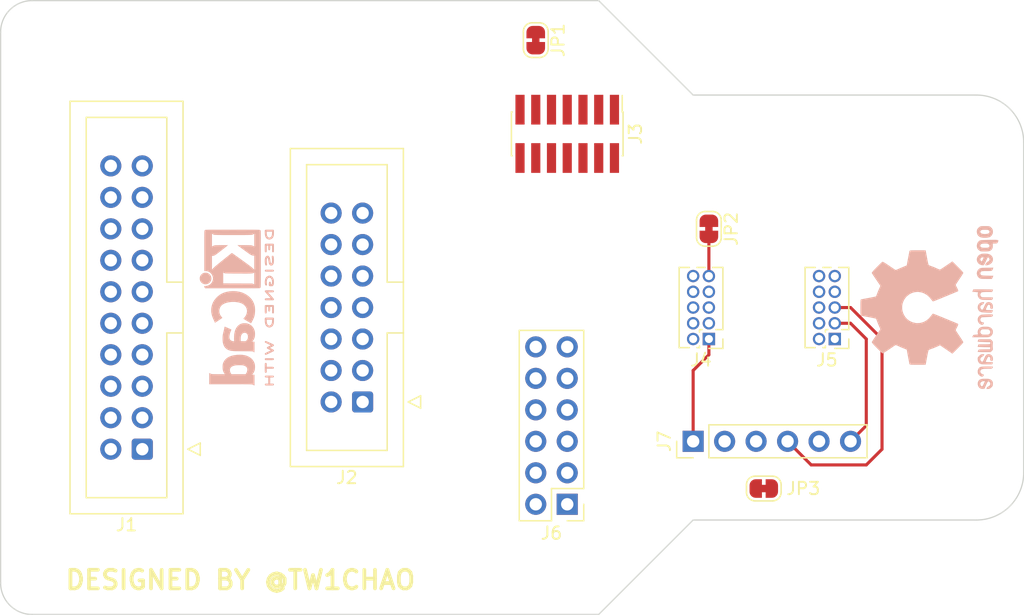
<source format=kicad_pcb>
(kicad_pcb (version 20221018) (generator pcbnew)
  (layers (0 "F.Cu" signal) (31 "B.Cu" signal) (34 "B.Paste" user) (35 "F.Paste" user) (36 "B.SilkS" user "B.Silkscreen") (37 "F.SilkS" user "F.Silkscreen") (38 "B.Mask" user) (39 "F.Mask" user) (44 "Edge.Cuts" user))
  (net 0 "")
  (net 1 "/VDD{slash}VTref")
  (net 4 "GNDREF")
  (net 5 "/TDI")
  (net 6 "/TMS{slash}SWDIO")
  (net 7 "/TMS{slash}PGC{slash}SWCLK")
  (net 9 "/TDO{slash}PGD{slash}SWO")
  (net 10 "/NRST{slash}NMCLR")
  (net 18 "/JCLK")
  (net 19 "Net-(J3-Pin_11)")
  (net 20 "/VCP_RX")
  (net 21 "/VCP_TX")
  (net 23 "Net-(J4-Pin_9)")
  (net 26 "Net-(J7-Pin_3)")
  (footprint "Connector_PinHeader_1.27mm:PinHeader_2x05_P1.27mm_Vertical" (layer "F.Cu") (at 168.91 107.315 180)
    (fp_text reference "J4" (at 0.635 -1.695) (layer "F.SilkS"))
    (fp_text value "HDR-1.27 Male 2x5" hide)
    (pad "1" thru_hole rect (at 0 0 180) (size 1 1) (drill 0.65) (layers "*.Cu" "*.Mask") (net 1 "/VDD{slash}VTref"))
    (pad "2" thru_hole oval (at 1.27 0 180) (size 1 1) (drill 0.65) (layers "*.Cu" "*.Mask") (net 6 "/TMS{slash}SWDIO"))
    (pad "3" thru_hole oval (at 0 1.27 180) (size 1 1) (drill 0.65) (layers "*.Cu" "*.Mask") (net 4 "GNDREF"))
    (pad "4" thru_hole oval (at 1.27 1.27 180) (size 1 1) (drill 0.65) (layers "*.Cu" "*.Mask") (net 7 "/TMS{slash}PGC{slash}SWCLK"))
    (pad "5" thru_hole oval (at 0 2.54 180) (size 1 1) (drill 0.65) (layers "*.Cu" "*.Mask") (net 4 "GNDREF"))
    (pad "6" thru_hole oval (at 1.27 2.54 180) (size 1 1) (drill 0.65) (layers "*.Cu" "*.Mask") (net 9 "/TDO{slash}PGD{slash}SWO"))
    (pad "7" thru_hole oval (at 0 3.81 180) (size 1 1) (drill 0.65) (layers "*.Cu" "*.Mask"))
    (pad "8" thru_hole oval (at 1.27 3.81 180) (size 1 1) (drill 0.65) (layers "*.Cu" "*.Mask") (net 5 "/TDI"))
    (pad "9" thru_hole oval (at 0 5.08 180) (size 1 1) (drill 0.65) (layers "*.Cu" "*.Mask") (net 23 "Net-(J4-Pin_9)"))
    (pad "10" thru_hole oval (at 1.27 5.08 180) (size 1 1) (drill 0.65) (layers "*.Cu" "*.Mask") (net 10 "/NRST{slash}NMCLR"))
  )
  (footprint "Connector_PinHeader_1.27mm:PinHeader_2x07_P1.27mm_Vertical_SMD" (layer "F.Cu") (at 157.48 90.76 -90)
    (fp_text reference "J3" (at 0 -5.505 90) (layer "F.SilkS"))
    (fp_text value "HDR-1.27 Male 2x7" hide)
    (pad "1" smd rect (at -1.95 -3.81 270) (size 2.4 0.74) (layers "F.Cu" "F.Paste" "F.Mask"))
    (pad "2" smd rect (at 1.95 -3.81 270) (size 2.4 0.74) (layers "F.Cu" "F.Paste" "F.Mask"))
    (pad "3" smd rect (at -1.95 -2.54 270) (size 2.4 0.74) (layers "F.Cu" "F.Paste" "F.Mask") (net 1 "/VDD{slash}VTref"))
    (pad "4" smd rect (at 1.95 -2.54 270) (size 2.4 0.74) (layers "F.Cu" "F.Paste" "F.Mask") (net 6 "/TMS{slash}SWDIO"))
    (pad "5" smd rect (at -1.95 -1.27 270) (size 2.4 0.74) (layers "F.Cu" "F.Paste" "F.Mask") (net 4 "GNDREF"))
    (pad "6" smd rect (at 1.95 -1.27 270) (size 2.4 0.74) (layers "F.Cu" "F.Paste" "F.Mask") (net 7 "/TMS{slash}PGC{slash}SWCLK"))
    (pad "7" smd rect (at -1.95 0 270) (size 2.4 0.74) (layers "F.Cu" "F.Paste" "F.Mask") (net 4 "GNDREF"))
    (pad "8" smd rect (at 1.95 0 270) (size 2.4 0.74) (layers "F.Cu" "F.Paste" "F.Mask") (net 9 "/TDO{slash}PGD{slash}SWO"))
    (pad "9" smd rect (at -1.95 1.27 270) (size 2.4 0.74) (layers "F.Cu" "F.Paste" "F.Mask") (net 18 "/JCLK"))
    (pad "10" smd rect (at 1.95 1.27 270) (size 2.4 0.74) (layers "F.Cu" "F.Paste" "F.Mask") (net 5 "/TDI"))
    (pad "11" smd rect (at -1.95 2.54 270) (size 2.4 0.74) (layers "F.Cu" "F.Paste" "F.Mask") (net 19 "Net-(J3-Pin_11)"))
    (pad "12" smd rect (at 1.95 2.54 270) (size 2.4 0.74) (layers "F.Cu" "F.Paste" "F.Mask") (net 10 "/NRST{slash}NMCLR"))
    (pad "13" smd rect (at -1.95 3.81 270) (size 2.4 0.74) (layers "F.Cu" "F.Paste" "F.Mask") (net 20 "/VCP_RX"))
    (pad "14" smd rect (at 1.95 3.81 270) (size 2.4 0.74) (layers "F.Cu" "F.Paste" "F.Mask") (net 21 "/VCP_TX"))
  )
  (footprint "Connector_PinHeader_2.54mm:PinHeader_2x06_P2.54mm_Vertical" (layer "F.Cu") (at 157.48 120.65 180)
    (fp_text reference "J6" (at 1.27 -2.33) (layer "F.SilkS"))
    (fp_text value "HDR-2.54 Male 2x6" hide)
    (pad "1" thru_hole rect (at 0 0 180) (size 1.7 1.7) (drill 1) (layers "*.Cu" "*.Mask") (net 6 "/TMS{slash}SWDIO"))
    (pad "2" thru_hole oval (at 2.54 0 180) (size 1.7 1.7) (drill 1) (layers "*.Cu" "*.Mask") (net 9 "/TDO{slash}PGD{slash}SWO"))
    (pad "3" thru_hole oval (at 0 2.54 180) (size 1.7 1.7) (drill 1) (layers "*.Cu" "*.Mask") (net 4 "GNDREF"))
    (pad "4" thru_hole oval (at 2.54 2.54 180) (size 1.7 1.7) (drill 1) (layers "*.Cu" "*.Mask") (net 5 "/TDI"))
    (pad "5" thru_hole oval (at 0 5.08 180) (size 1.7 1.7) (drill 1) (layers "*.Cu" "*.Mask") (net 7 "/TMS{slash}PGC{slash}SWCLK"))
    (pad "6" thru_hole oval (at 2.54 5.08 180) (size 1.7 1.7) (drill 1) (layers "*.Cu" "*.Mask") (net 10 "/NRST{slash}NMCLR"))
    (pad "7" thru_hole oval (at 0 7.62 180) (size 1.7 1.7) (drill 1) (layers "*.Cu" "*.Mask") (net 1 "/VDD{slash}VTref"))
    (pad "8" thru_hole oval (at 2.54 7.62 180) (size 1.7 1.7) (drill 1) (layers "*.Cu" "*.Mask") (net 21 "/VCP_TX"))
    (pad "9" thru_hole oval (at 0 10.16 180) (size 1.7 1.7) (drill 1) (layers "*.Cu" "*.Mask"))
    (pad "10" thru_hole oval (at 2.54 10.16 180) (size 1.7 1.7) (drill 1) (layers "*.Cu" "*.Mask") (net 20 "/VCP_RX"))
    (pad "11" thru_hole oval (at 0 12.7 180) (size 1.7 1.7) (drill 1) (layers "*.Cu" "*.Mask") (net 18 "/JCLK"))
    (pad "12" thru_hole oval (at 2.54 12.7 180) (size 1.7 1.7) (drill 1) (layers "*.Cu" "*.Mask") (net 4 "GNDREF"))
  )
  (footprint "Jumper:SolderJumper-2_P1.3mm_Bridged_RoundedPad1.0x1.5mm" (layer "F.Cu") (at 173.34 119.38)
    (fp_text reference "JP3" (at 3.19 0) (layer "F.SilkS"))
    (fp_text value "SolderJumper_2_Bridged" hide)
    (fp_poly (pts (xy 0.25 -0.3) (xy -0.25 -0.3) (xy -0.25 0.3) (xy 0.25 0.3)) (fill solid) (layer "F.Cu"))
    (pad "1" smd custom (at -0.65 0) (size 1 0.5) (layers "F.Cu" "F.Mask") (net 26 "Net-(J7-Pin_3)") (options (clearance outline) (anchor rect)) (primitives (gr_circle (center 0 0.25) (end 0.5 0.25) (width 0) (fill yes)) (gr_circle (center 0 -0.25) (end 0.5 -0.25) (width 0) (fill yes)) (gr_poly (pts (xy 0.5 0.75) (xy 0 0.75) (xy 0 -0.75) (xy 0.5 -0.75)) (width 0) (fill yes))))
    (pad "2" smd custom (at 0.65 0) (size 1 0.5) (layers "F.Cu" "F.Mask") (net 4 "GNDREF") (options (clearance outline) (anchor rect)) (primitives (gr_circle (center 0 0.25) (end 0.5 0.25) (width 0) (fill yes)) (gr_circle (center 0 -0.25) (end 0.5 -0.25) (width 0) (fill yes)) (gr_poly (pts (xy 0 0.75) (xy -0.5 0.75) (xy -0.5 -0.75) (xy 0 -0.75)) (width 0) (fill yes))))
  )
  (footprint "Connector_IDC:IDC-Header_2x10_P2.54mm_Vertical" (layer "F.Cu") (at 123.19 116.205 180)
    (fp_text reference "J1" (at 1.27 -6.1) (layer "F.SilkS"))
    (fp_text value "HDR-2.54 Male 2x10" hide)
    (pad "1" thru_hole roundrect (at 0 0 180) (size 1.7 1.7) (drill 1) (layers "*.Cu" "*.Mask") (roundrect_rratio 0.147059) (net 1 "/VDD{slash}VTref"))
    (pad "2" thru_hole circle (at 2.54 0 180) (size 1.7 1.7) (drill 1) (layers "*.Cu" "*.Mask"))
    (pad "3" thru_hole circle (at 0 2.54 180) (size 1.7 1.7) (drill 1) (layers "*.Cu" "*.Mask"))
    (pad "4" thru_hole circle (at 2.54 2.54 180) (size 1.7 1.7) (drill 1) (layers "*.Cu" "*.Mask") (net 4 "GNDREF"))
    (pad "5" thru_hole circle (at 0 5.08 180) (size 1.7 1.7) (drill 1) (layers "*.Cu" "*.Mask") (net 5 "/TDI"))
    (pad "6" thru_hole circle (at 2.54 5.08 180) (size 1.7 1.7) (drill 1) (layers "*.Cu" "*.Mask") (net 4 "GNDREF"))
    (pad "7" thru_hole circle (at 0 7.62 180) (size 1.7 1.7) (drill 1) (layers "*.Cu" "*.Mask") (net 6 "/TMS{slash}SWDIO"))
    (pad "8" thru_hole circle (at 2.54 7.62 180) (size 1.7 1.7) (drill 1) (layers "*.Cu" "*.Mask") (net 4 "GNDREF"))
    (pad "9" thru_hole circle (at 0 10.16 180) (size 1.7 1.7) (drill 1) (layers "*.Cu" "*.Mask") (net 7 "/TMS{slash}PGC{slash}SWCLK"))
    (pad "10" thru_hole circle (at 2.54 10.16 180) (size 1.7 1.7) (drill 1) (layers "*.Cu" "*.Mask") (net 4 "GNDREF"))
    (pad "11" thru_hole circle (at 0 12.7 180) (size 1.7 1.7) (drill 1) (layers "*.Cu" "*.Mask"))
    (pad "12" thru_hole circle (at 2.54 12.7 180) (size 1.7 1.7) (drill 1) (layers "*.Cu" "*.Mask") (net 4 "GNDREF"))
    (pad "13" thru_hole circle (at 0 15.24 180) (size 1.7 1.7) (drill 1) (layers "*.Cu" "*.Mask") (net 9 "/TDO{slash}PGD{slash}SWO"))
    (pad "14" thru_hole circle (at 2.54 15.24 180) (size 1.7 1.7) (drill 1) (layers "*.Cu" "*.Mask") (net 4 "GNDREF"))
    (pad "15" thru_hole circle (at 0 17.78 180) (size 1.7 1.7) (drill 1) (layers "*.Cu" "*.Mask") (net 10 "/NRST{slash}NMCLR"))
    (pad "16" thru_hole circle (at 2.54 17.78 180) (size 1.7 1.7) (drill 1) (layers "*.Cu" "*.Mask") (net 4 "GNDREF"))
    (pad "17" thru_hole circle (at 0 20.32 180) (size 1.7 1.7) (drill 1) (layers "*.Cu" "*.Mask"))
    (pad "18" thru_hole circle (at 2.54 20.32 180) (size 1.7 1.7) (drill 1) (layers "*.Cu" "*.Mask") (net 4 "GNDREF"))
    (pad "19" thru_hole circle (at 0 22.86 180) (size 1.7 1.7) (drill 1) (layers "*.Cu" "*.Mask"))
    (pad "20" thru_hole circle (at 2.54 22.86 180) (size 1.7 1.7) (drill 1) (layers "*.Cu" "*.Mask") (net 4 "GNDREF"))
  )
  (footprint "Connector_PinHeader_1.27mm:PinHeader_2x05_P1.27mm_Vertical" (layer "F.Cu") (at 179.07 107.315 180)
    (fp_text reference "J5" (at 0.635 -1.695) (layer "F.SilkS"))
    (fp_text value "HDR-1.27 Male 2x5" hide)
    (pad "1" thru_hole rect (at 0 0 180) (size 1 1) (drill 0.65) (layers "*.Cu" "*.Mask") (net 7 "/TMS{slash}PGC{slash}SWCLK"))
    (pad "2" thru_hole oval (at 1.27 0 180) (size 1 1) (drill 0.65) (layers "*.Cu" "*.Mask") (net 4 "GNDREF"))
    (pad "3" thru_hole oval (at 0 1.27 180) (size 1 1) (drill 0.65) (layers "*.Cu" "*.Mask") (net 9 "/TDO{slash}PGD{slash}SWO"))
    (pad "4" thru_hole oval (at 1.27 1.27 180) (size 1 1) (drill 0.65) (layers "*.Cu" "*.Mask") (net 1 "/VDD{slash}VTref"))
    (pad "5" thru_hole oval (at 0 2.54 180) (size 1 1) (drill 0.65) (layers "*.Cu" "*.Mask") (net 6 "/TMS{slash}SWDIO"))
    (pad "6" thru_hole oval (at 1.27 2.54 180) (size 1 1) (drill 0.65) (layers "*.Cu" "*.Mask") (net 10 "/NRST{slash}NMCLR"))
    (pad "7" thru_hole oval (at 0 3.81 180) (size 1 1) (drill 0.65) (layers "*.Cu" "*.Mask"))
    (pad "8" thru_hole oval (at 1.27 3.81 180) (size 1 1) (drill 0.65) (layers "*.Cu" "*.Mask"))
    (pad "9" thru_hole oval (at 0 5.08 180) (size 1 1) (drill 0.65) (layers "*.Cu" "*.Mask") (net 5 "/TDI"))
    (pad "10" thru_hole oval (at 1.27 5.08 180) (size 1 1) (drill 0.65) (layers "*.Cu" "*.Mask") (net 4 "GNDREF"))
  )
  (footprint "Connector_PinHeader_2.54mm:PinHeader_1x06_P2.54mm_Vertical" (layer "F.Cu") (at 167.64 115.57 90)
    (fp_text reference "J7" (at 0 -2.33 90) (layer "F.SilkS"))
    (fp_text value "HDR-2.54 Male 1x6" hide)
    (pad "1" thru_hole rect (at 0 0 90) (size 1.7 1.7) (drill 1) (layers "*.Cu" "*.Mask") (net 1 "/VDD{slash}VTref"))
    (pad "2" thru_hole oval (at 0 2.54 90) (size 1.7 1.7) (drill 1) (layers "*.Cu" "*.Mask") (net 7 "/TMS{slash}PGC{slash}SWCLK"))
    (pad "3" thru_hole oval (at 0 5.08 90) (size 1.7 1.7) (drill 1) (layers "*.Cu" "*.Mask") (net 26 "Net-(J7-Pin_3)"))
    (pad "4" thru_hole oval (at 0 7.62 90) (size 1.7 1.7) (drill 1) (layers "*.Cu" "*.Mask") (net 6 "/TMS{slash}SWDIO"))
    (pad "5" thru_hole oval (at 0 10.16 90) (size 1.7 1.7) (drill 1) (layers "*.Cu" "*.Mask") (net 10 "/NRST{slash}NMCLR"))
    (pad "6" thru_hole oval (at 0 12.7 90) (size 1.7 1.7) (drill 1) (layers "*.Cu" "*.Mask") (net 9 "/TDO{slash}PGD{slash}SWO"))
  )
  (footprint "Jumper:SolderJumper-2_P1.3mm_Bridged_RoundedPad1.0x1.5mm" (layer "F.Cu") (at 168.91 98.425 -90)
    (fp_text reference "JP2" (at 0 -1.8 90) (layer "F.SilkS"))
    (fp_text value "SolderJumper_2_Bridged" hide)
    (fp_poly (pts (xy 0.25 -0.3) (xy -0.25 -0.3) (xy -0.25 0.3) (xy 0.25 0.3)) (fill solid) (layer "F.Cu"))
    (pad "1" smd custom (at -0.65 0 270) (size 1 0.5) (layers "F.Cu" "F.Mask") (net 4 "GNDREF") (options (clearance outline) (anchor rect)) (primitives (gr_circle (center 0 0.25) (end 0.5 0.25) (width 0) (fill yes)) (gr_circle (center 0 -0.25) (end 0.5 -0.25) (width 0) (fill yes)) (gr_poly (pts (xy 0.5 0.75) (xy 0 0.75) (xy 0 -0.75) (xy 0.5 -0.75)) (width 0) (fill yes))))
    (pad "2" smd custom (at 0.65 0 270) (size 1 0.5) (layers "F.Cu" "F.Mask") (net 23 "Net-(J4-Pin_9)") (options (clearance outline) (anchor rect)) (primitives (gr_circle (center 0 0.25) (end 0.5 0.25) (width 0) (fill yes)) (gr_circle (center 0 -0.25) (end 0.5 -0.25) (width 0) (fill yes)) (gr_poly (pts (xy 0 0.75) (xy -0.5 0.75) (xy -0.5 -0.75) (xy 0 -0.75)) (width 0) (fill yes))))
  )
  (footprint "Jumper:SolderJumper-2_P1.3mm_Bridged_RoundedPad1.0x1.5mm" (layer "F.Cu") (at 154.94 83.2 -90)
    (fp_text reference "JP1" (at 0 -1.8 90) (layer "F.SilkS"))
    (fp_text value "SolderJumper_2_Bridged" hide)
    (fp_poly (pts (xy 0.25 -0.3) (xy -0.25 -0.3) (xy -0.25 0.3) (xy 0.25 0.3)) (fill solid) (layer "F.Cu"))
    (pad "1" smd custom (at -0.65 0 270) (size 1 0.5) (layers "F.Cu" "F.Mask") (net 4 "GNDREF") (options (clearance outline) (anchor rect)) (primitives (gr_circle (center 0 0.25) (end 0.5 0.25) (width 0) (fill yes)) (gr_circle (center 0 -0.25) (end 0.5 -0.25) (width 0) (fill yes)) (gr_poly (pts (xy 0.5 0.75) (xy 0 0.75) (xy 0 -0.75) (xy 0.5 -0.75)) (width 0) (fill yes))))
    (pad "2" smd custom (at 0.65 0 270) (size 1 0.5) (layers "F.Cu" "F.Mask") (net 19 "Net-(J3-Pin_11)") (options (clearance outline) (anchor rect)) (primitives (gr_circle (center 0 0.25) (end 0.5 0.25) (width 0) (fill yes)) (gr_circle (center 0 -0.25) (end 0.5 -0.25) (width 0) (fill yes)) (gr_poly (pts (xy 0 0.75) (xy -0.5 0.75) (xy -0.5 -0.75) (xy 0 -0.75)) (width 0) (fill yes))))
  )
  (footprint "Connector_IDC:IDC-Header_2x07_P2.54mm_Vertical" (layer "F.Cu") (at 140.97 112.395 180)
    (fp_text reference "J2" (at 1.27 -6.1) (layer "F.SilkS"))
    (fp_text value "HDR-2.54 Male 2x7" hide)
    (pad "1" thru_hole roundrect (at 0 0 180) (size 1.7 1.7) (drill 1) (layers "*.Cu" "*.Mask") (roundrect_rratio 0.147059))
    (pad "2" thru_hole circle (at 2.54 0 180) (size 1.7 1.7) (drill 1) (layers "*.Cu" "*.Mask") (net 4 "GNDREF"))
    (pad "3" thru_hole circle (at 0 2.54 180) (size 1.7 1.7) (drill 1) (layers "*.Cu" "*.Mask") (net 5 "/TDI"))
    (pad "4" thru_hole circle (at 2.54 2.54 180) (size 1.7 1.7) (drill 1) (layers "*.Cu" "*.Mask") (net 4 "GNDREF"))
    (pad "5" thru_hole circle (at 0 5.08 180) (size 1.7 1.7) (drill 1) (layers "*.Cu" "*.Mask") (net 9 "/TDO{slash}PGD{slash}SWO"))
    (pad "6" thru_hole circle (at 2.54 5.08 180) (size 1.7 1.7) (drill 1) (layers "*.Cu" "*.Mask") (net 4 "GNDREF"))
    (pad "7" thru_hole circle (at 0 7.62 180) (size 1.7 1.7) (drill 1) (layers "*.Cu" "*.Mask") (net 6 "/TMS{slash}SWDIO"))
    (pad "8" thru_hole circle (at 2.54 7.62 180) (size 1.7 1.7) (drill 1) (layers "*.Cu" "*.Mask") (net 4 "GNDREF"))
    (pad "9" thru_hole circle (at 0 10.16 180) (size 1.7 1.7) (drill 1) (layers "*.Cu" "*.Mask") (net 7 "/TMS{slash}PGC{slash}SWCLK"))
    (pad "10" thru_hole circle (at 2.54 10.16 180) (size 1.7 1.7) (drill 1) (layers "*.Cu" "*.Mask") (net 4 "GNDREF"))
    (pad "11" thru_hole circle (at 0 12.7 180) (size 1.7 1.7) (drill 1) (layers "*.Cu" "*.Mask") (net 10 "/NRST{slash}NMCLR"))
    (pad "12" thru_hole circle (at 2.54 12.7 180) (size 1.7 1.7) (drill 1) (layers "*.Cu" "*.Mask"))
    (pad "13" thru_hole circle (at 0 15.24 180) (size 1.7 1.7) (drill 1) (layers "*.Cu" "*.Mask"))
    (pad "14" thru_hole circle (at 2.54 15.24 180) (size 1.7 1.7) (drill 1) (layers "*.Cu" "*.Mask") (net 1 "/VDD{slash}VTref"))
  )
  (footprint "Symbol:KiCad-Logo2_5mm_SilkScreen" (layer "B.Cu") (at 130.81 104.775 -90)
    (fp_text reference "REF**" hide)
    (fp_text value "KiCad-Logo2_5mm_SilkScreen" hide)
  )
  (footprint "Symbol:OSHW-Logo2_14.6x12mm_SilkScreen" (layer "B.Cu") (at 186.69 104.775 -90)
    (fp_text reference "REF**" hide)
    (fp_text value "OSHW-Logo2_14.6x12mm_SilkScreen" hide)
  )
  (gr_line (start 111.76 127) (end 111.76 82.55) (stroke (width 0.1)) (layer "Edge.Cuts"))
  (gr_arc (start 114.3 129.54) (mid 112.503949 128.796051) (end 111.76 127) (stroke (width 0.1)) (layer "Edge.Cuts"))
  (gr_line (start 190.5 121.92) (end 167.64 121.92) (stroke (width 0.1)) (layer "Edge.Cuts"))
  (gr_line (start 167.64 121.92) (end 160.02 129.54) (stroke (width 0.1)) (layer "Edge.Cuts"))
  (gr_arc (start 194.31 118.11) (mid 193.194077 120.804077) (end 190.5 121.92) (stroke (width 0.1)) (layer "Edge.Cuts"))
  (gr_arc (start 190.5 87.63) (mid 193.194077 88.745923) (end 194.31 91.44) (stroke (width 0.1)) (layer "Edge.Cuts"))
  (gr_line (start 194.31 91.44) (end 194.31 118.11) (stroke (width 0.1)) (layer "Edge.Cuts"))
  (gr_line (start 167.64 87.63) (end 190.5 87.63) (stroke (width 0.1)) (layer "Edge.Cuts"))
  (gr_line (start 114.3 80.01) (end 160.02 80.01) (stroke (width 0.1)) (layer "Edge.Cuts"))
  (gr_line (start 160.02 129.54) (end 114.3 129.54) (stroke (width 0.1)) (layer "Edge.Cuts"))
  (gr_line (start 160.02 80.01) (end 167.64 87.63) (stroke (width 0.1)) (layer "Edge.Cuts"))
  (gr_arc (start 111.76 82.55) (mid 112.503949 80.753949) (end 114.3 80.01) (stroke (width 0.1)) (layer "Edge.Cuts"))
  (gr_text "DESIGNED BY @TW1CHAO" (at 116.84 127.635) (layer "F.SilkS") (effects (font (size 1.5 1.5) (thickness 0.3) bold) (justify left bottom)))
  (segment (start 168.91 108.585) (end 167.64 109.855) (width 0.25) (layer "F.Cu") (net 1))
  (segment (start 167.64 109.855) (end 167.64 115.57) (width 0.25) (layer "F.Cu") (net 1))
  (segment (start 168.91 107.315) (end 168.91 108.585) (width 0.25) (layer "F.Cu") (net 1))
  (segment (start 175.26 115.57) (end 177.165 117.475) (width 0.25) (layer "F.Cu") (net 6))
  (segment (start 182.88 116.205) (end 182.88 107.315) (width 0.25) (layer "F.Cu") (net 6))
  (segment (start 181.61 117.475) (end 182.88 116.205) (width 0.25) (layer "F.Cu") (net 6))
  (segment (start 177.165 117.475) (end 181.61 117.475) (width 0.25) (layer "F.Cu") (net 6))
  (segment (start 182.88 107.315) (end 180.34 104.775) (width 0.25) (layer "F.Cu") (net 6))
  (segment (start 180.34 104.775) (end 179.07 104.775) (width 0.25) (layer "F.Cu") (net 6))
  (segment (start 181.61 107.315) (end 180.34 106.045) (width 0.25) (layer "F.Cu") (net 9))
  (segment (start 181.61 114.3) (end 181.61 107.315) (width 0.25) (layer "F.Cu") (net 9))
  (segment (start 180.34 106.045) (end 179.07 106.045) (width 0.25) (layer "F.Cu") (net 9))
  (segment (start 180.34 115.57) (end 181.61 114.3) (width 0.25) (layer "F.Cu") (net 9))
  (segment (start 168.91 102.235) (end 168.91 99.075) (width 0.25) (layer "F.Cu") (net 23))
)
</source>
